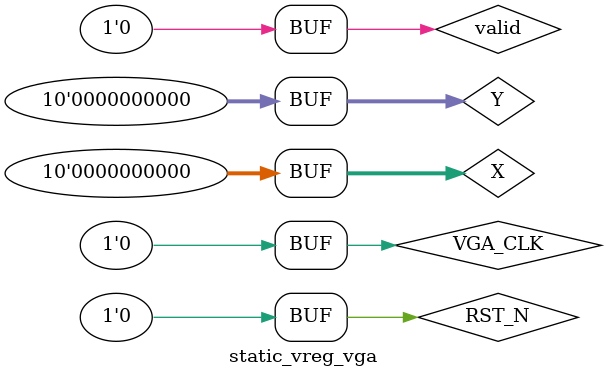
<source format=v>
`timescale 1ns / 1ps


module static_vreg_vga;

	// Inputs
	reg VGA_CLK;
	reg RST_N;
	reg [9:0] X;
	reg [9:0] Y;
	reg valid;

	// Outputs
	wire [2:0] VGA_R;
	wire [2:0] VGA_G;
	wire [1:0] VGA_B;

	// Instantiate the Unit Under Test (UUT)
	vga_control_module uut (
		.VGA_CLK(VGA_CLK), 
		.RST_N(RST_N), 
		.X(X), 
		.Y(Y), 
		.valid(valid), 
		.VGA_R(VGA_R), 
		.VGA_G(VGA_G), 
		.VGA_B(VGA_B)
	);

	initial begin
		// Initialize Inputs
		VGA_CLK = 0;
		RST_N = 0;
		X = 0;
		Y = 0;
		valid = 0;

		// Wait 100 ns for global reset to finish
		#100;
        
		// Add stimulus here

	end
      
endmodule


</source>
